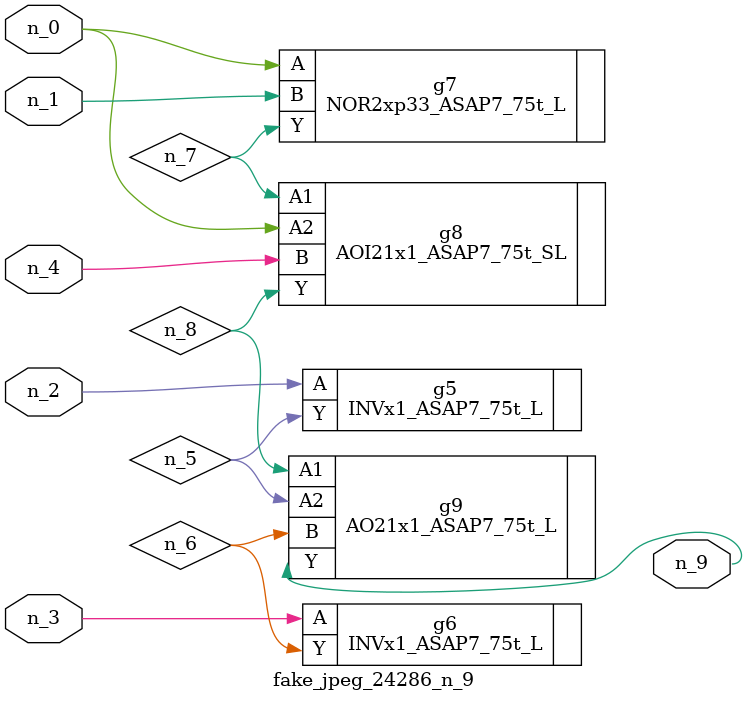
<source format=v>
module fake_jpeg_24286_n_9 (n_3, n_2, n_1, n_0, n_4, n_9);

input n_3;
input n_2;
input n_1;
input n_0;
input n_4;

output n_9;

wire n_8;
wire n_6;
wire n_5;
wire n_7;

INVx1_ASAP7_75t_L g5 ( 
.A(n_2),
.Y(n_5)
);

INVx1_ASAP7_75t_L g6 ( 
.A(n_3),
.Y(n_6)
);

NOR2xp33_ASAP7_75t_L g7 ( 
.A(n_0),
.B(n_1),
.Y(n_7)
);

AOI21x1_ASAP7_75t_SL g8 ( 
.A1(n_7),
.A2(n_0),
.B(n_4),
.Y(n_8)
);

AO21x1_ASAP7_75t_L g9 ( 
.A1(n_8),
.A2(n_5),
.B(n_6),
.Y(n_9)
);


endmodule
</source>
